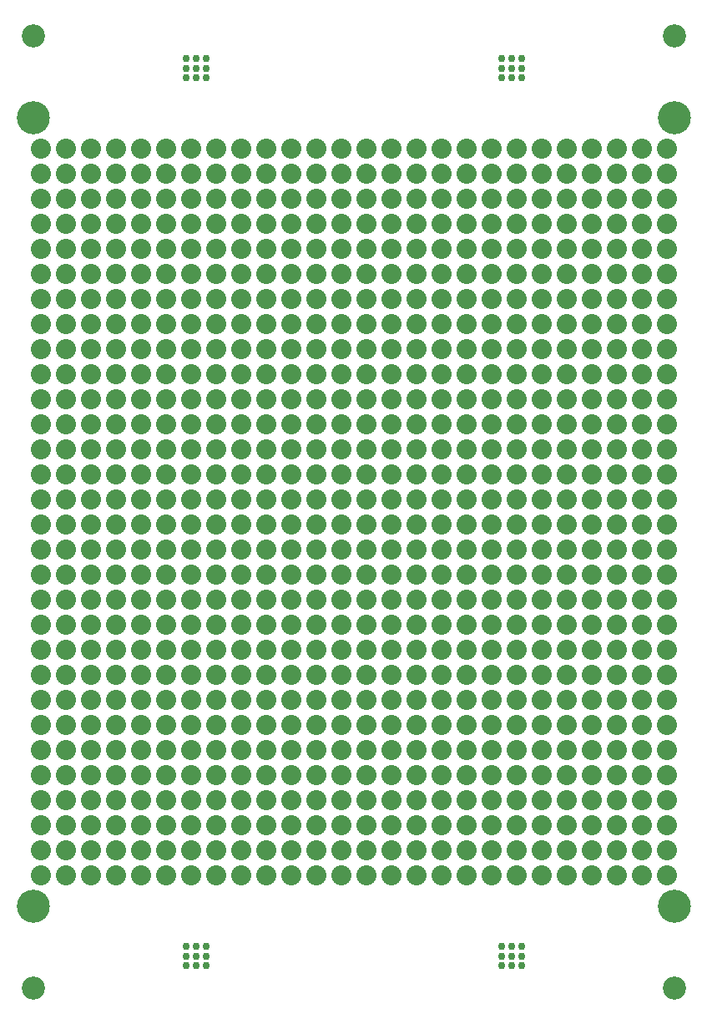
<source format=gbs>
G75*
%MOIN*%
%OFA0B0*%
%FSLAX25Y25*%
%IPPOS*%
%LPD*%
%AMOC8*
5,1,8,0,0,1.08239X$1,22.5*
%
%ADD10C,0.13198*%
%ADD11C,0.02962*%
%ADD12C,0.09261*%
%ADD13C,0.08000*%
D10*
X0015797Y0041170D03*
X0015797Y0356131D03*
X0271702Y0356131D03*
X0271702Y0041170D03*
D11*
X0210679Y0025422D03*
X0210679Y0021485D03*
X0210679Y0017548D03*
X0206742Y0017548D03*
X0206742Y0021485D03*
X0206742Y0025422D03*
X0202805Y0025422D03*
X0202805Y0021485D03*
X0202805Y0017548D03*
X0084694Y0017548D03*
X0080757Y0017548D03*
X0080757Y0021485D03*
X0080757Y0025422D03*
X0084694Y0025422D03*
X0084694Y0021485D03*
X0076820Y0021485D03*
X0076820Y0017548D03*
X0076820Y0025422D03*
X0076820Y0371879D03*
X0076820Y0375816D03*
X0076820Y0379753D03*
X0080757Y0379753D03*
X0080757Y0375816D03*
X0080757Y0371879D03*
X0084694Y0371879D03*
X0084694Y0375816D03*
X0084694Y0379753D03*
X0202805Y0379753D03*
X0206742Y0379753D03*
X0206742Y0375816D03*
X0206742Y0371879D03*
X0202805Y0371879D03*
X0202805Y0375816D03*
X0210679Y0375816D03*
X0210679Y0379753D03*
X0210679Y0371879D03*
D12*
X0015797Y0008690D03*
X0271702Y0008690D03*
X0271702Y0388611D03*
X0015797Y0388611D03*
D13*
X0018750Y0343650D03*
X0018750Y0333650D03*
X0018750Y0323650D03*
X0018750Y0313650D03*
X0018750Y0303650D03*
X0018750Y0293650D03*
X0018750Y0283650D03*
X0018750Y0273650D03*
X0018750Y0263650D03*
X0018750Y0253650D03*
X0018750Y0243650D03*
X0018750Y0233650D03*
X0018750Y0223650D03*
X0018750Y0213650D03*
X0018750Y0203650D03*
X0018750Y0193650D03*
X0018750Y0183650D03*
X0018750Y0173650D03*
X0018750Y0163650D03*
X0018750Y0153650D03*
X0018750Y0143650D03*
X0018750Y0133650D03*
X0018750Y0123650D03*
X0018750Y0113650D03*
X0018750Y0103650D03*
X0018750Y0093650D03*
X0018750Y0083650D03*
X0018750Y0073650D03*
X0018750Y0063650D03*
X0018750Y0053650D03*
X0028750Y0053650D03*
X0038750Y0053650D03*
X0048750Y0053650D03*
X0048750Y0063650D03*
X0048750Y0073650D03*
X0048750Y0083650D03*
X0048750Y0093650D03*
X0048750Y0103650D03*
X0048750Y0113650D03*
X0048750Y0123650D03*
X0048750Y0133650D03*
X0048750Y0143650D03*
X0048750Y0153650D03*
X0048750Y0163650D03*
X0048750Y0173650D03*
X0048750Y0183650D03*
X0048750Y0193650D03*
X0048750Y0203650D03*
X0048750Y0213650D03*
X0048750Y0223650D03*
X0048750Y0233650D03*
X0048750Y0243650D03*
X0048750Y0253650D03*
X0048750Y0263650D03*
X0048750Y0273650D03*
X0048750Y0283650D03*
X0048750Y0293650D03*
X0048750Y0303650D03*
X0048750Y0313650D03*
X0048750Y0323650D03*
X0048750Y0333650D03*
X0048750Y0343650D03*
X0038750Y0343650D03*
X0038750Y0333650D03*
X0038750Y0323650D03*
X0038750Y0313650D03*
X0038750Y0303650D03*
X0038750Y0293650D03*
X0038750Y0283650D03*
X0038750Y0273650D03*
X0038750Y0263650D03*
X0038750Y0253650D03*
X0038750Y0243650D03*
X0038750Y0233650D03*
X0038750Y0223650D03*
X0038750Y0213650D03*
X0038750Y0203650D03*
X0038750Y0193650D03*
X0038750Y0183650D03*
X0038750Y0173650D03*
X0038750Y0163650D03*
X0038750Y0153650D03*
X0038750Y0143650D03*
X0038750Y0133650D03*
X0038750Y0123650D03*
X0038750Y0113650D03*
X0038750Y0103650D03*
X0038750Y0093650D03*
X0038750Y0083650D03*
X0038750Y0073650D03*
X0038750Y0063650D03*
X0028750Y0063650D03*
X0028750Y0073650D03*
X0028750Y0083650D03*
X0028750Y0093650D03*
X0028750Y0103650D03*
X0028750Y0113650D03*
X0028750Y0123650D03*
X0028750Y0133650D03*
X0028750Y0143650D03*
X0028750Y0153650D03*
X0028750Y0163650D03*
X0028750Y0173650D03*
X0028750Y0183650D03*
X0028750Y0193650D03*
X0028750Y0203650D03*
X0028750Y0213650D03*
X0028750Y0223650D03*
X0028750Y0233650D03*
X0028750Y0243650D03*
X0028750Y0253650D03*
X0028750Y0263650D03*
X0028750Y0273650D03*
X0028750Y0283650D03*
X0028750Y0293650D03*
X0028750Y0303650D03*
X0028750Y0313650D03*
X0028750Y0323650D03*
X0028750Y0333650D03*
X0028750Y0343650D03*
X0058750Y0343650D03*
X0068750Y0343650D03*
X0068750Y0333650D03*
X0068750Y0323650D03*
X0068750Y0313650D03*
X0068750Y0303650D03*
X0068750Y0293650D03*
X0068750Y0283650D03*
X0068750Y0273650D03*
X0068750Y0263650D03*
X0068750Y0253650D03*
X0068750Y0243650D03*
X0068750Y0233650D03*
X0068750Y0223650D03*
X0068750Y0213650D03*
X0068750Y0203650D03*
X0068750Y0193650D03*
X0068750Y0183650D03*
X0068750Y0173650D03*
X0068750Y0163650D03*
X0068750Y0153650D03*
X0068750Y0143650D03*
X0068750Y0133650D03*
X0068750Y0123650D03*
X0068750Y0113650D03*
X0068750Y0103650D03*
X0068750Y0093650D03*
X0068750Y0083650D03*
X0068750Y0073650D03*
X0068750Y0063650D03*
X0068750Y0053650D03*
X0058750Y0053650D03*
X0058750Y0063650D03*
X0058750Y0073650D03*
X0058750Y0083650D03*
X0058750Y0093650D03*
X0058750Y0103650D03*
X0058750Y0113650D03*
X0058750Y0123650D03*
X0058750Y0133650D03*
X0058750Y0143650D03*
X0058750Y0153650D03*
X0058750Y0163650D03*
X0058750Y0173650D03*
X0058750Y0183650D03*
X0058750Y0193650D03*
X0058750Y0203650D03*
X0058750Y0213650D03*
X0058750Y0223650D03*
X0058750Y0233650D03*
X0058750Y0243650D03*
X0058750Y0253650D03*
X0058750Y0263650D03*
X0058750Y0273650D03*
X0058750Y0283650D03*
X0058750Y0293650D03*
X0058750Y0303650D03*
X0058750Y0313650D03*
X0058750Y0323650D03*
X0058750Y0333650D03*
X0078750Y0333650D03*
X0078750Y0323650D03*
X0088750Y0323650D03*
X0088750Y0333650D03*
X0088750Y0343650D03*
X0078750Y0343650D03*
X0098750Y0343650D03*
X0108750Y0343650D03*
X0108750Y0333650D03*
X0108750Y0323650D03*
X0108750Y0313650D03*
X0108750Y0303650D03*
X0108750Y0293650D03*
X0108750Y0283650D03*
X0108750Y0273650D03*
X0108750Y0263650D03*
X0108750Y0253650D03*
X0108750Y0243650D03*
X0108750Y0233650D03*
X0108750Y0223650D03*
X0108750Y0213650D03*
X0108750Y0203650D03*
X0108750Y0193650D03*
X0108750Y0183650D03*
X0108750Y0173650D03*
X0108750Y0163650D03*
X0108750Y0153650D03*
X0108750Y0143650D03*
X0108750Y0133650D03*
X0108750Y0123650D03*
X0108750Y0113650D03*
X0108750Y0103650D03*
X0108750Y0093650D03*
X0108750Y0083650D03*
X0108750Y0073650D03*
X0108750Y0063650D03*
X0108750Y0053650D03*
X0098750Y0053650D03*
X0098750Y0063650D03*
X0098750Y0073650D03*
X0098750Y0083650D03*
X0098750Y0093650D03*
X0098750Y0103650D03*
X0098750Y0113650D03*
X0098750Y0123650D03*
X0098750Y0133650D03*
X0098750Y0143650D03*
X0098750Y0153650D03*
X0098750Y0163650D03*
X0098750Y0173650D03*
X0098750Y0183650D03*
X0098750Y0193650D03*
X0098750Y0203650D03*
X0098750Y0213650D03*
X0098750Y0223650D03*
X0098750Y0233650D03*
X0098750Y0243650D03*
X0098750Y0253650D03*
X0098750Y0263650D03*
X0098750Y0273650D03*
X0098750Y0283650D03*
X0098750Y0293650D03*
X0098750Y0303650D03*
X0098750Y0313650D03*
X0098750Y0323650D03*
X0098750Y0333650D03*
X0088750Y0313650D03*
X0088750Y0303650D03*
X0088750Y0293650D03*
X0088750Y0283650D03*
X0088750Y0273650D03*
X0088750Y0263650D03*
X0088750Y0253650D03*
X0088750Y0243650D03*
X0088750Y0233650D03*
X0088750Y0223650D03*
X0088750Y0213650D03*
X0088750Y0203650D03*
X0088750Y0193650D03*
X0088750Y0183650D03*
X0088750Y0173650D03*
X0088750Y0163650D03*
X0088750Y0153650D03*
X0088750Y0143650D03*
X0088750Y0133650D03*
X0088750Y0123650D03*
X0088750Y0113650D03*
X0088750Y0103650D03*
X0088750Y0093650D03*
X0088750Y0083650D03*
X0088750Y0073650D03*
X0088750Y0063650D03*
X0088750Y0053650D03*
X0078750Y0053650D03*
X0078750Y0063650D03*
X0078750Y0073650D03*
X0078750Y0083650D03*
X0078750Y0093650D03*
X0078750Y0103650D03*
X0078750Y0113650D03*
X0078750Y0123650D03*
X0078750Y0133650D03*
X0078750Y0143650D03*
X0078750Y0153650D03*
X0078750Y0163650D03*
X0078750Y0173650D03*
X0078750Y0183650D03*
X0078750Y0193650D03*
X0078750Y0203650D03*
X0078750Y0213650D03*
X0078750Y0223650D03*
X0078750Y0233650D03*
X0078750Y0243650D03*
X0078750Y0253650D03*
X0078750Y0263650D03*
X0078750Y0273650D03*
X0078750Y0283650D03*
X0078750Y0293650D03*
X0078750Y0303650D03*
X0078750Y0313650D03*
X0118750Y0313650D03*
X0118750Y0303650D03*
X0128750Y0303650D03*
X0128750Y0313650D03*
X0128750Y0323650D03*
X0128750Y0333650D03*
X0128750Y0343650D03*
X0118750Y0343650D03*
X0118750Y0333650D03*
X0118750Y0323650D03*
X0138750Y0323650D03*
X0138750Y0333650D03*
X0148750Y0333650D03*
X0148750Y0323650D03*
X0148750Y0313650D03*
X0148750Y0303650D03*
X0148750Y0293650D03*
X0148750Y0283650D03*
X0148750Y0273650D03*
X0148750Y0263650D03*
X0148750Y0253650D03*
X0148750Y0243650D03*
X0148750Y0233650D03*
X0148750Y0223650D03*
X0148750Y0213650D03*
X0148750Y0203650D03*
X0148750Y0193650D03*
X0148750Y0183650D03*
X0148750Y0173650D03*
X0148750Y0163650D03*
X0148750Y0153650D03*
X0148750Y0143650D03*
X0148750Y0133650D03*
X0148750Y0123650D03*
X0148750Y0113650D03*
X0148750Y0103650D03*
X0148750Y0093650D03*
X0148750Y0083650D03*
X0148750Y0073650D03*
X0148750Y0063650D03*
X0148750Y0053650D03*
X0138750Y0053650D03*
X0138750Y0063650D03*
X0138750Y0073650D03*
X0138750Y0083650D03*
X0138750Y0093650D03*
X0138750Y0103650D03*
X0138750Y0113650D03*
X0138750Y0123650D03*
X0138750Y0133650D03*
X0138750Y0143650D03*
X0138750Y0153650D03*
X0138750Y0163650D03*
X0138750Y0173650D03*
X0138750Y0183650D03*
X0138750Y0193650D03*
X0138750Y0203650D03*
X0138750Y0213650D03*
X0138750Y0223650D03*
X0138750Y0233650D03*
X0138750Y0243650D03*
X0138750Y0253650D03*
X0138750Y0263650D03*
X0138750Y0273650D03*
X0138750Y0283650D03*
X0138750Y0293650D03*
X0138750Y0303650D03*
X0138750Y0313650D03*
X0128750Y0293650D03*
X0128750Y0283650D03*
X0128750Y0273650D03*
X0128750Y0263650D03*
X0128750Y0253650D03*
X0128750Y0243650D03*
X0128750Y0233650D03*
X0128750Y0223650D03*
X0128750Y0213650D03*
X0128750Y0203650D03*
X0128750Y0193650D03*
X0128750Y0183650D03*
X0128750Y0173650D03*
X0128750Y0163650D03*
X0128750Y0153650D03*
X0128750Y0143650D03*
X0128750Y0133650D03*
X0128750Y0123650D03*
X0128750Y0113650D03*
X0128750Y0103650D03*
X0128750Y0093650D03*
X0128750Y0083650D03*
X0128750Y0073650D03*
X0128750Y0063650D03*
X0128750Y0053650D03*
X0118750Y0053650D03*
X0118750Y0063650D03*
X0118750Y0073650D03*
X0118750Y0083650D03*
X0118750Y0093650D03*
X0118750Y0103650D03*
X0118750Y0113650D03*
X0118750Y0123650D03*
X0118750Y0133650D03*
X0118750Y0143650D03*
X0118750Y0153650D03*
X0118750Y0163650D03*
X0118750Y0173650D03*
X0118750Y0183650D03*
X0118750Y0193650D03*
X0118750Y0203650D03*
X0118750Y0213650D03*
X0118750Y0223650D03*
X0118750Y0233650D03*
X0118750Y0243650D03*
X0118750Y0253650D03*
X0118750Y0263650D03*
X0118750Y0273650D03*
X0118750Y0283650D03*
X0118750Y0293650D03*
X0138750Y0343650D03*
X0148750Y0343650D03*
X0158750Y0343650D03*
X0168750Y0343650D03*
X0168750Y0333650D03*
X0168750Y0323650D03*
X0168750Y0313650D03*
X0168750Y0303650D03*
X0168750Y0293650D03*
X0168750Y0283650D03*
X0168750Y0273650D03*
X0168750Y0263650D03*
X0168750Y0253650D03*
X0168750Y0243650D03*
X0168750Y0233650D03*
X0168750Y0223650D03*
X0168750Y0213650D03*
X0168750Y0203650D03*
X0168750Y0193650D03*
X0168750Y0183650D03*
X0168750Y0173650D03*
X0168750Y0163650D03*
X0168750Y0153650D03*
X0168750Y0143650D03*
X0168750Y0133650D03*
X0168750Y0123650D03*
X0168750Y0113650D03*
X0168750Y0103650D03*
X0168750Y0093650D03*
X0168750Y0083650D03*
X0168750Y0073650D03*
X0168750Y0063650D03*
X0168750Y0053650D03*
X0158750Y0053650D03*
X0158750Y0063650D03*
X0158750Y0073650D03*
X0158750Y0083650D03*
X0158750Y0093650D03*
X0158750Y0103650D03*
X0158750Y0113650D03*
X0158750Y0123650D03*
X0158750Y0133650D03*
X0158750Y0143650D03*
X0158750Y0153650D03*
X0158750Y0163650D03*
X0158750Y0173650D03*
X0158750Y0183650D03*
X0158750Y0193650D03*
X0158750Y0203650D03*
X0158750Y0213650D03*
X0158750Y0223650D03*
X0158750Y0233650D03*
X0158750Y0243650D03*
X0158750Y0253650D03*
X0158750Y0263650D03*
X0158750Y0273650D03*
X0158750Y0283650D03*
X0158750Y0293650D03*
X0158750Y0303650D03*
X0158750Y0313650D03*
X0158750Y0323650D03*
X0158750Y0333650D03*
X0178750Y0333650D03*
X0178750Y0323650D03*
X0188750Y0323650D03*
X0188750Y0333650D03*
X0188750Y0343650D03*
X0178750Y0343650D03*
X0198750Y0343650D03*
X0208750Y0343650D03*
X0208750Y0333650D03*
X0208750Y0323650D03*
X0208750Y0313650D03*
X0208750Y0303650D03*
X0208750Y0293650D03*
X0208750Y0283650D03*
X0208750Y0273650D03*
X0208750Y0263650D03*
X0208750Y0253650D03*
X0208750Y0243650D03*
X0208750Y0233650D03*
X0208750Y0223650D03*
X0208750Y0213650D03*
X0208750Y0203650D03*
X0208750Y0193650D03*
X0208750Y0183650D03*
X0208750Y0173650D03*
X0208750Y0163650D03*
X0208750Y0153650D03*
X0208750Y0143650D03*
X0208750Y0133650D03*
X0208750Y0123650D03*
X0208750Y0113650D03*
X0208750Y0103650D03*
X0208750Y0093650D03*
X0208750Y0083650D03*
X0208750Y0073650D03*
X0208750Y0063650D03*
X0208750Y0053650D03*
X0198750Y0053650D03*
X0198750Y0063650D03*
X0198750Y0073650D03*
X0198750Y0083650D03*
X0198750Y0093650D03*
X0198750Y0103650D03*
X0198750Y0113650D03*
X0198750Y0123650D03*
X0198750Y0133650D03*
X0198750Y0143650D03*
X0198750Y0153650D03*
X0198750Y0163650D03*
X0198750Y0173650D03*
X0198750Y0183650D03*
X0198750Y0193650D03*
X0198750Y0203650D03*
X0198750Y0213650D03*
X0198750Y0223650D03*
X0198750Y0233650D03*
X0198750Y0243650D03*
X0198750Y0253650D03*
X0198750Y0263650D03*
X0198750Y0273650D03*
X0198750Y0283650D03*
X0198750Y0293650D03*
X0198750Y0303650D03*
X0198750Y0313650D03*
X0198750Y0323650D03*
X0198750Y0333650D03*
X0188750Y0313650D03*
X0188750Y0303650D03*
X0188750Y0293650D03*
X0188750Y0283650D03*
X0188750Y0273650D03*
X0188750Y0263650D03*
X0188750Y0253650D03*
X0188750Y0243650D03*
X0188750Y0233650D03*
X0188750Y0223650D03*
X0188750Y0213650D03*
X0188750Y0203650D03*
X0188750Y0193650D03*
X0188750Y0183650D03*
X0188750Y0173650D03*
X0188750Y0163650D03*
X0188750Y0153650D03*
X0188750Y0143650D03*
X0188750Y0133650D03*
X0188750Y0123650D03*
X0188750Y0113650D03*
X0188750Y0103650D03*
X0188750Y0093650D03*
X0188750Y0083650D03*
X0188750Y0073650D03*
X0188750Y0063650D03*
X0188750Y0053650D03*
X0178750Y0053650D03*
X0178750Y0063650D03*
X0178750Y0073650D03*
X0178750Y0083650D03*
X0178750Y0093650D03*
X0178750Y0103650D03*
X0178750Y0113650D03*
X0178750Y0123650D03*
X0178750Y0133650D03*
X0178750Y0143650D03*
X0178750Y0153650D03*
X0178750Y0163650D03*
X0178750Y0173650D03*
X0178750Y0183650D03*
X0178750Y0193650D03*
X0178750Y0203650D03*
X0178750Y0213650D03*
X0178750Y0223650D03*
X0178750Y0233650D03*
X0178750Y0243650D03*
X0178750Y0253650D03*
X0178750Y0263650D03*
X0178750Y0273650D03*
X0178750Y0283650D03*
X0178750Y0293650D03*
X0178750Y0303650D03*
X0178750Y0313650D03*
X0218750Y0313650D03*
X0218750Y0303650D03*
X0228750Y0303650D03*
X0228750Y0313650D03*
X0228750Y0323650D03*
X0228750Y0333650D03*
X0228750Y0343650D03*
X0218750Y0343650D03*
X0218750Y0333650D03*
X0218750Y0323650D03*
X0238750Y0323650D03*
X0238750Y0333650D03*
X0248750Y0333650D03*
X0248750Y0323650D03*
X0248750Y0313650D03*
X0248750Y0303650D03*
X0248750Y0293650D03*
X0248750Y0283650D03*
X0248750Y0273650D03*
X0248750Y0263650D03*
X0248750Y0253650D03*
X0248750Y0243650D03*
X0248750Y0233650D03*
X0248750Y0223650D03*
X0248750Y0213650D03*
X0248750Y0203650D03*
X0248750Y0193650D03*
X0248750Y0183650D03*
X0248750Y0173650D03*
X0248750Y0163650D03*
X0248750Y0153650D03*
X0248750Y0143650D03*
X0248750Y0133650D03*
X0248750Y0123650D03*
X0248750Y0113650D03*
X0248750Y0103650D03*
X0248750Y0093650D03*
X0248750Y0083650D03*
X0248750Y0073650D03*
X0248750Y0063650D03*
X0248750Y0053650D03*
X0238750Y0053650D03*
X0238750Y0063650D03*
X0238750Y0073650D03*
X0238750Y0083650D03*
X0238750Y0093650D03*
X0238750Y0103650D03*
X0238750Y0113650D03*
X0238750Y0123650D03*
X0238750Y0133650D03*
X0238750Y0143650D03*
X0238750Y0153650D03*
X0238750Y0163650D03*
X0238750Y0173650D03*
X0238750Y0183650D03*
X0238750Y0193650D03*
X0238750Y0203650D03*
X0238750Y0213650D03*
X0238750Y0223650D03*
X0238750Y0233650D03*
X0238750Y0243650D03*
X0238750Y0253650D03*
X0238750Y0263650D03*
X0238750Y0273650D03*
X0238750Y0283650D03*
X0238750Y0293650D03*
X0238750Y0303650D03*
X0238750Y0313650D03*
X0228750Y0293650D03*
X0228750Y0283650D03*
X0228750Y0273650D03*
X0228750Y0263650D03*
X0228750Y0253650D03*
X0228750Y0243650D03*
X0228750Y0233650D03*
X0228750Y0223650D03*
X0228750Y0213650D03*
X0228750Y0203650D03*
X0228750Y0193650D03*
X0228750Y0183650D03*
X0228750Y0173650D03*
X0228750Y0163650D03*
X0228750Y0153650D03*
X0228750Y0143650D03*
X0228750Y0133650D03*
X0228750Y0123650D03*
X0228750Y0113650D03*
X0228750Y0103650D03*
X0228750Y0093650D03*
X0228750Y0083650D03*
X0228750Y0073650D03*
X0228750Y0063650D03*
X0228750Y0053650D03*
X0218750Y0053650D03*
X0218750Y0063650D03*
X0218750Y0073650D03*
X0218750Y0083650D03*
X0218750Y0093650D03*
X0218750Y0103650D03*
X0218750Y0113650D03*
X0218750Y0123650D03*
X0218750Y0133650D03*
X0218750Y0143650D03*
X0218750Y0153650D03*
X0218750Y0163650D03*
X0218750Y0173650D03*
X0218750Y0183650D03*
X0218750Y0193650D03*
X0218750Y0203650D03*
X0218750Y0213650D03*
X0218750Y0223650D03*
X0218750Y0233650D03*
X0218750Y0243650D03*
X0218750Y0253650D03*
X0218750Y0263650D03*
X0218750Y0273650D03*
X0218750Y0283650D03*
X0218750Y0293650D03*
X0238750Y0343650D03*
X0248750Y0343650D03*
X0258750Y0343650D03*
X0268750Y0343650D03*
X0268750Y0333650D03*
X0268750Y0323650D03*
X0268750Y0313650D03*
X0268750Y0303650D03*
X0268750Y0293650D03*
X0268750Y0283650D03*
X0268750Y0273650D03*
X0268750Y0263650D03*
X0268750Y0253650D03*
X0268750Y0243650D03*
X0268750Y0233650D03*
X0268750Y0223650D03*
X0268750Y0213650D03*
X0268750Y0203650D03*
X0268750Y0193650D03*
X0268750Y0183650D03*
X0268750Y0173650D03*
X0268750Y0163650D03*
X0268750Y0153650D03*
X0268750Y0143650D03*
X0268750Y0133650D03*
X0268750Y0123650D03*
X0268750Y0113650D03*
X0268750Y0103650D03*
X0268750Y0093650D03*
X0268750Y0083650D03*
X0268750Y0073650D03*
X0268750Y0063650D03*
X0268750Y0053650D03*
X0258750Y0053650D03*
X0258750Y0063650D03*
X0258750Y0073650D03*
X0258750Y0083650D03*
X0258750Y0093650D03*
X0258750Y0103650D03*
X0258750Y0113650D03*
X0258750Y0123650D03*
X0258750Y0133650D03*
X0258750Y0143650D03*
X0258750Y0153650D03*
X0258750Y0163650D03*
X0258750Y0173650D03*
X0258750Y0183650D03*
X0258750Y0193650D03*
X0258750Y0203650D03*
X0258750Y0213650D03*
X0258750Y0223650D03*
X0258750Y0233650D03*
X0258750Y0243650D03*
X0258750Y0253650D03*
X0258750Y0263650D03*
X0258750Y0273650D03*
X0258750Y0283650D03*
X0258750Y0293650D03*
X0258750Y0303650D03*
X0258750Y0313650D03*
X0258750Y0323650D03*
X0258750Y0333650D03*
M02*

</source>
